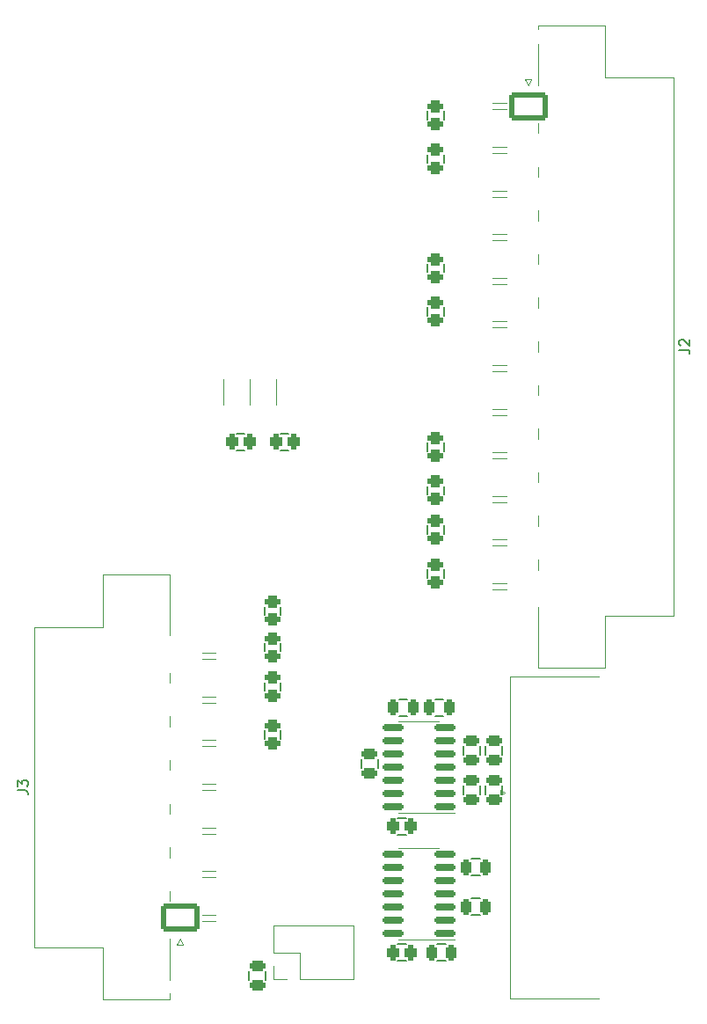
<source format=gto>
G04 #@! TF.GenerationSoftware,KiCad,Pcbnew,(6.0.2-0)*
G04 #@! TF.CreationDate,2022-05-25T00:55:44-04:00*
G04 #@! TF.ProjectId,SEPowerAdapter,5345506f-7765-4724-9164-61707465722e,rev?*
G04 #@! TF.SameCoordinates,Original*
G04 #@! TF.FileFunction,Legend,Top*
G04 #@! TF.FilePolarity,Positive*
%FSLAX46Y46*%
G04 Gerber Fmt 4.6, Leading zero omitted, Abs format (unit mm)*
G04 Created by KiCad (PCBNEW (6.0.2-0)) date 2022-05-25 00:55:44*
%MOMM*%
%LPD*%
G01*
G04 APERTURE LIST*
G04 Aperture macros list*
%AMRoundRect*
0 Rectangle with rounded corners*
0 $1 Rounding radius*
0 $2 $3 $4 $5 $6 $7 $8 $9 X,Y pos of 4 corners*
0 Add a 4 corners polygon primitive as box body*
4,1,4,$2,$3,$4,$5,$6,$7,$8,$9,$2,$3,0*
0 Add four circle primitives for the rounded corners*
1,1,$1+$1,$2,$3*
1,1,$1+$1,$4,$5*
1,1,$1+$1,$6,$7*
1,1,$1+$1,$8,$9*
0 Add four rect primitives between the rounded corners*
20,1,$1+$1,$2,$3,$4,$5,0*
20,1,$1+$1,$4,$5,$6,$7,0*
20,1,$1+$1,$6,$7,$8,$9,0*
20,1,$1+$1,$8,$9,$2,$3,0*%
G04 Aperture macros list end*
%ADD10C,0.150000*%
%ADD11C,0.152400*%
%ADD12C,0.120000*%
%ADD13RoundRect,0.312500X-0.262500X-0.437500X0.262500X-0.437500X0.262500X0.437500X-0.262500X0.437500X0*%
%ADD14RoundRect,0.262500X-0.487500X0.212500X-0.487500X-0.212500X0.487500X-0.212500X0.487500X0.212500X0*%
%ADD15O,3.500000X3.500000*%
%ADD16R,1.905000X2.000000*%
%ADD17O,1.905000X2.000000*%
%ADD18C,1.448000*%
%ADD19RoundRect,0.312500X-0.437500X0.262500X-0.437500X-0.262500X0.437500X-0.262500X0.437500X0.262500X0*%
%ADD20C,3.200000*%
%ADD21RoundRect,0.250001X1.599999X-1.099999X1.599999X1.099999X-1.599999X1.099999X-1.599999X-1.099999X0*%
%ADD22O,3.700000X2.700000*%
%ADD23RoundRect,0.262500X0.212500X0.487500X-0.212500X0.487500X-0.212500X-0.487500X0.212500X-0.487500X0*%
%ADD24RoundRect,0.250001X-1.599999X1.099999X-1.599999X-1.099999X1.599999X-1.099999X1.599999X1.099999X0*%
%ADD25RoundRect,0.312500X0.437500X-0.262500X0.437500X0.262500X-0.437500X0.262500X-0.437500X-0.262500X0*%
%ADD26RoundRect,0.262500X-0.212500X-0.487500X0.212500X-0.487500X0.212500X0.487500X-0.212500X0.487500X0*%
%ADD27RoundRect,0.200000X0.825000X0.150000X-0.825000X0.150000X-0.825000X-0.150000X0.825000X-0.150000X0*%
%ADD28C,4.000000*%
%ADD29R,1.600000X1.600000*%
%ADD30C,1.600000*%
%ADD31R,1.700000X1.700000*%
%ADD32O,1.700000X1.700000*%
%ADD33RoundRect,0.312500X0.262500X0.437500X-0.262500X0.437500X-0.262500X-0.437500X0.262500X-0.437500X0*%
G04 APERTURE END LIST*
D10*
X69252380Y-172233333D02*
X69966666Y-172233333D01*
X70109523Y-172280952D01*
X70204761Y-172376190D01*
X70252380Y-172519047D01*
X70252380Y-172614285D01*
X69252380Y-171852380D02*
X69252380Y-171233333D01*
X69633333Y-171566666D01*
X69633333Y-171423809D01*
X69680952Y-171328571D01*
X69728571Y-171280952D01*
X69823809Y-171233333D01*
X70061904Y-171233333D01*
X70157142Y-171280952D01*
X70204761Y-171328571D01*
X70252380Y-171423809D01*
X70252380Y-171709523D01*
X70204761Y-171804761D01*
X70157142Y-171852380D01*
X132952380Y-129833333D02*
X133666666Y-129833333D01*
X133809523Y-129880952D01*
X133904761Y-129976190D01*
X133952380Y-130119047D01*
X133952380Y-130214285D01*
X133047619Y-129404761D02*
X133000000Y-129357142D01*
X132952380Y-129261904D01*
X132952380Y-129023809D01*
X133000000Y-128928571D01*
X133047619Y-128880952D01*
X133142857Y-128833333D01*
X133238095Y-128833333D01*
X133380952Y-128880952D01*
X133952380Y-129452380D01*
X133952380Y-128833333D01*
D11*
X105853600Y-176504500D02*
X106666400Y-176504500D01*
X105853600Y-174904500D02*
X106666400Y-174904500D01*
X93129000Y-189646600D02*
X93129000Y-190459400D01*
X91529000Y-189646600D02*
X91529000Y-190459400D01*
D12*
X86447000Y-116691000D02*
X96687000Y-116691000D01*
X89027000Y-132581000D02*
X89027000Y-135121000D01*
X91567000Y-132581000D02*
X91567000Y-135121000D01*
X86447000Y-132581000D02*
X96687000Y-132581000D01*
X86447000Y-116691000D02*
X86447000Y-132581000D01*
X96687000Y-116691000D02*
X96687000Y-132581000D01*
X94107000Y-132581000D02*
X94107000Y-135121000D01*
D11*
X103924000Y-169263100D02*
X103924000Y-170075900D01*
X102324000Y-169263100D02*
X102324000Y-170075900D01*
X108700000Y-146743600D02*
X108700000Y-147556400D01*
X110300000Y-146743600D02*
X110300000Y-147556400D01*
D12*
X87010000Y-163800000D02*
X88290000Y-163800000D01*
X77490000Y-192310000D02*
X83910000Y-192310000D01*
X87010000Y-180600000D02*
X88290000Y-180600000D01*
X84900000Y-186500000D02*
X85200000Y-187100000D01*
X83910000Y-151490000D02*
X83910000Y-157300000D01*
X85200000Y-187100000D02*
X84600000Y-187100000D01*
X83900000Y-170290000D02*
X83900000Y-169310000D01*
X83900000Y-174490000D02*
X83900000Y-173510000D01*
X87010000Y-168000000D02*
X88290000Y-168000000D01*
X70890000Y-187310000D02*
X77490000Y-187310000D01*
X77490000Y-156490000D02*
X77490000Y-151490000D01*
X87010000Y-176400000D02*
X88290000Y-176400000D01*
X83900000Y-182890000D02*
X83900000Y-181910000D01*
X87010000Y-159000000D02*
X88290000Y-159000000D01*
X87010000Y-184800000D02*
X88290000Y-184800000D01*
X87010000Y-171600000D02*
X88290000Y-171600000D01*
X84600000Y-187100000D02*
X84900000Y-186500000D01*
X87010000Y-184200000D02*
X88290000Y-184200000D01*
X83910000Y-192310000D02*
X83910000Y-186500000D01*
X70890000Y-171900000D02*
X70890000Y-156490000D01*
X87010000Y-172200000D02*
X88290000Y-172200000D01*
X87010000Y-180000000D02*
X88290000Y-180000000D01*
X87010000Y-167400000D02*
X88290000Y-167400000D01*
X87010000Y-163200000D02*
X88290000Y-163200000D01*
X70890000Y-171900000D02*
X70890000Y-187310000D01*
X83900000Y-166090000D02*
X83900000Y-165110000D01*
X87010000Y-175800000D02*
X88290000Y-175800000D01*
X77490000Y-151490000D02*
X83910000Y-151490000D01*
X83900000Y-161890000D02*
X83900000Y-160910000D01*
X83900000Y-178690000D02*
X83900000Y-177710000D01*
X87010000Y-159600000D02*
X88290000Y-159600000D01*
X70890000Y-156490000D02*
X77490000Y-156490000D01*
X77490000Y-187310000D02*
X77490000Y-192310000D01*
D11*
X110258900Y-165074500D02*
X109446100Y-165074500D01*
X110258900Y-163474500D02*
X109446100Y-163474500D01*
X110300000Y-125743600D02*
X110300000Y-126556400D01*
X108700000Y-125743600D02*
X108700000Y-126556400D01*
X105853600Y-188633000D02*
X106666400Y-188633000D01*
X105853600Y-187033000D02*
X106666400Y-187033000D01*
D12*
X119400000Y-137410000D02*
X119400000Y-138390000D01*
X116290000Y-139700000D02*
X115010000Y-139700000D01*
X116290000Y-106700000D02*
X115010000Y-106700000D01*
X116290000Y-143900000D02*
X115010000Y-143900000D01*
X119400000Y-145810000D02*
X119400000Y-146790000D01*
X119400000Y-108010000D02*
X119400000Y-108990000D01*
X119400000Y-133210000D02*
X119400000Y-134190000D01*
X116290000Y-131900000D02*
X115010000Y-131900000D01*
X119400000Y-116410000D02*
X119400000Y-117390000D01*
X116290000Y-131300000D02*
X115010000Y-131300000D01*
X132410000Y-155410000D02*
X125810000Y-155410000D01*
X116290000Y-118700000D02*
X115010000Y-118700000D01*
X116290000Y-127700000D02*
X115010000Y-127700000D01*
X116290000Y-135500000D02*
X115010000Y-135500000D01*
X116290000Y-152900000D02*
X115010000Y-152900000D01*
X116290000Y-148100000D02*
X115010000Y-148100000D01*
X118400000Y-104400000D02*
X118100000Y-103800000D01*
X132410000Y-129500000D02*
X132410000Y-103590000D01*
X119400000Y-120610000D02*
X119400000Y-121590000D01*
X132410000Y-103590000D02*
X125810000Y-103590000D01*
X132410000Y-129500000D02*
X132410000Y-155410000D01*
X116290000Y-127100000D02*
X115010000Y-127100000D01*
X125810000Y-103590000D02*
X125810000Y-98590000D01*
X116290000Y-122900000D02*
X115010000Y-122900000D01*
X116290000Y-110300000D02*
X115010000Y-110300000D01*
X118100000Y-103800000D02*
X118700000Y-103800000D01*
X116290000Y-144500000D02*
X115010000Y-144500000D01*
X119400000Y-141610000D02*
X119400000Y-142590000D01*
X116290000Y-119300000D02*
X115010000Y-119300000D01*
X116290000Y-114500000D02*
X115010000Y-114500000D01*
X116290000Y-136100000D02*
X115010000Y-136100000D01*
X125810000Y-160410000D02*
X119390000Y-160410000D01*
X116290000Y-115100000D02*
X115010000Y-115100000D01*
X119400000Y-129010000D02*
X119400000Y-129990000D01*
X116290000Y-123500000D02*
X115010000Y-123500000D01*
X119400000Y-112210000D02*
X119400000Y-113190000D01*
X118700000Y-103800000D02*
X118400000Y-104400000D01*
X116290000Y-110900000D02*
X115010000Y-110900000D01*
X125810000Y-98590000D02*
X119390000Y-98590000D01*
X116290000Y-152300000D02*
X115010000Y-152300000D01*
X119390000Y-160410000D02*
X119390000Y-154600000D01*
X116290000Y-106100000D02*
X115010000Y-106100000D01*
X116290000Y-140300000D02*
X115010000Y-140300000D01*
X116290000Y-148700000D02*
X115010000Y-148700000D01*
X119400000Y-124810000D02*
X119400000Y-125790000D01*
X119400000Y-150010000D02*
X119400000Y-150990000D01*
X125810000Y-155410000D02*
X125810000Y-160410000D01*
X119390000Y-98590000D02*
X119390000Y-104400000D01*
D11*
X93000000Y-158856400D02*
X93000000Y-158043600D01*
X94600000Y-158856400D02*
X94600000Y-158043600D01*
X93000000Y-154543599D02*
X93000000Y-155356399D01*
X94600000Y-154543599D02*
X94600000Y-155356399D01*
X108700000Y-143756400D02*
X108700000Y-142943600D01*
X110300000Y-143756400D02*
X110300000Y-142943600D01*
X93000000Y-162656400D02*
X93000000Y-161843600D01*
X94600000Y-162656400D02*
X94600000Y-161843600D01*
X105953600Y-163474500D02*
X106766400Y-163474500D01*
X105953600Y-165074500D02*
X106766400Y-165074500D01*
X112941100Y-180441500D02*
X113753900Y-180441500D01*
X112941100Y-178841500D02*
X113753900Y-178841500D01*
X113766500Y-167993100D02*
X113766500Y-168805900D01*
X112166500Y-167993100D02*
X112166500Y-168805900D01*
X110300000Y-111856400D02*
X110300000Y-111043600D01*
X108700000Y-111856400D02*
X108700000Y-111043600D01*
X90310600Y-137884000D02*
X91123400Y-137884000D01*
X90310600Y-139484000D02*
X91123400Y-139484000D01*
X114325500Y-171808100D02*
X114325500Y-172620900D01*
X115925500Y-171808100D02*
X115925500Y-172620900D01*
D12*
X107886500Y-177756500D02*
X105936500Y-177756500D01*
X107886500Y-186606500D02*
X105936500Y-186606500D01*
X107886500Y-177756500D02*
X109836500Y-177756500D01*
X107886500Y-186606500D02*
X111336500Y-186606500D01*
X115735331Y-172700000D02*
X115735331Y-172200000D01*
X116629669Y-192250000D02*
X116629669Y-161280000D01*
X116629669Y-161280000D02*
X125229669Y-161280000D01*
X116168344Y-172450000D02*
X115735331Y-172700000D01*
X115735331Y-172200000D02*
X116168344Y-172450000D01*
X125229669Y-192250000D02*
X116629669Y-192250000D01*
D11*
X115925500Y-167998100D02*
X115925500Y-168810900D01*
X114325500Y-167998100D02*
X114325500Y-168810900D01*
D12*
X96456500Y-190433000D02*
X96456500Y-187833000D01*
X93856500Y-187833000D02*
X93856500Y-185233000D01*
X93856500Y-185233000D02*
X101596500Y-185233000D01*
X96456500Y-190433000D02*
X101596500Y-190433000D01*
X101596500Y-190433000D02*
X101596500Y-185233000D01*
X93856500Y-190433000D02*
X93856500Y-189103000D01*
X95186500Y-190433000D02*
X93856500Y-190433000D01*
X96456500Y-187833000D02*
X93856500Y-187833000D01*
D11*
X113766500Y-171803100D02*
X113766500Y-172615900D01*
X112166500Y-171803100D02*
X112166500Y-172615900D01*
X112941100Y-182651500D02*
X113753900Y-182651500D01*
X112941100Y-184251500D02*
X113753900Y-184251500D01*
X110449400Y-188633000D02*
X109636600Y-188633000D01*
X110449400Y-187033000D02*
X109636600Y-187033000D01*
X94600000Y-167256400D02*
X94600000Y-166443600D01*
X93000000Y-167256400D02*
X93000000Y-166443600D01*
X95363400Y-139484000D02*
X94550600Y-139484000D01*
X95363400Y-137884000D02*
X94550600Y-137884000D01*
X108700000Y-106843600D02*
X108700000Y-107656400D01*
X110300000Y-106843600D02*
X110300000Y-107656400D01*
X110300000Y-121543600D02*
X110300000Y-122356400D01*
X108700000Y-121543600D02*
X108700000Y-122356400D01*
X110300000Y-139556400D02*
X110300000Y-138743600D01*
X108700000Y-139556400D02*
X108700000Y-138743600D01*
X108700000Y-150943600D02*
X108700000Y-151756400D01*
X110300000Y-150943600D02*
X110300000Y-151756400D01*
D12*
X107886500Y-174414500D02*
X105936500Y-174414500D01*
X107886500Y-165564500D02*
X105936500Y-165564500D01*
X107886500Y-165564500D02*
X109836500Y-165564500D01*
X107886500Y-174414500D02*
X111336500Y-174414500D01*
%LPC*%
D10*
X85280500Y-115506500D02*
X97853500Y-115506500D01*
X97853500Y-115506500D02*
X97853500Y-132588000D01*
X97853500Y-132588000D02*
X85280500Y-132588000D01*
X85280500Y-132588000D02*
X85280500Y-115506500D01*
G36*
X85280500Y-115506500D02*
G01*
X97853500Y-115506500D01*
X97853500Y-132588000D01*
X85280500Y-132588000D01*
X85280500Y-115506500D01*
G37*
D13*
X105410000Y-175704500D03*
X107110000Y-175704500D03*
D14*
X92329000Y-189103000D03*
X92329000Y-191003000D03*
D15*
X91567000Y-119611000D03*
D16*
X89027000Y-136271000D03*
D17*
X91567000Y-136271000D03*
X94107000Y-136271000D03*
D18*
X80327500Y-100838000D03*
D14*
X103124000Y-168719500D03*
X103124000Y-170619500D03*
D19*
X109500000Y-146300000D03*
X109500000Y-148000000D03*
D20*
X80700000Y-189000000D03*
X80700000Y-154800000D03*
D21*
X84900000Y-184500000D03*
D22*
X84900000Y-180300000D03*
X84900000Y-176100000D03*
X84900000Y-171900000D03*
X84900000Y-167700000D03*
X84900000Y-163500000D03*
X84900000Y-159300000D03*
X90400000Y-184500000D03*
X90400000Y-180300000D03*
X90400000Y-176100000D03*
X90400000Y-171900000D03*
X90400000Y-167700000D03*
X90400000Y-163500000D03*
X90400000Y-159300000D03*
D23*
X110802500Y-164274500D03*
X108902500Y-164274500D03*
D19*
X109500000Y-125300000D03*
X109500000Y-127000000D03*
D13*
X105410000Y-187833000D03*
X107110000Y-187833000D03*
D20*
X122600000Y-101900000D03*
X122600000Y-157100000D03*
D24*
X118400000Y-106400000D03*
D22*
X118400000Y-110600000D03*
X118400000Y-114800000D03*
X118400000Y-119000000D03*
X118400000Y-123200000D03*
X118400000Y-127400000D03*
X118400000Y-131600000D03*
X118400000Y-135800000D03*
X118400000Y-140000000D03*
X118400000Y-144200000D03*
X118400000Y-148400000D03*
X118400000Y-152600000D03*
X112900000Y-106400000D03*
X112900000Y-110600000D03*
X112900000Y-114800000D03*
X112900000Y-119000000D03*
X112900000Y-123200000D03*
X112900000Y-127400000D03*
X112900000Y-131600000D03*
X112900000Y-135800000D03*
X112900000Y-140000000D03*
X112900000Y-144200000D03*
X112900000Y-148400000D03*
X112900000Y-152600000D03*
D25*
X93800000Y-159300000D03*
X93800000Y-157600000D03*
D19*
X93800000Y-154099999D03*
X93800000Y-155799999D03*
D25*
X109500000Y-144200000D03*
X109500000Y-142500000D03*
X93800000Y-163100000D03*
X93800000Y-161400000D03*
D18*
X83439000Y-191135000D03*
D26*
X105410000Y-164274500D03*
X107310000Y-164274500D03*
X112397500Y-179641500D03*
X114297500Y-179641500D03*
D14*
X112966500Y-167449500D03*
X112966500Y-169349500D03*
D25*
X109500000Y-112300000D03*
X109500000Y-110600000D03*
D18*
X119570500Y-99758500D03*
D13*
X89867000Y-138684000D03*
X91567000Y-138684000D03*
D14*
X115125500Y-171264500D03*
X115125500Y-173164500D03*
D27*
X110361500Y-185991500D03*
X110361500Y-184721500D03*
X110361500Y-183451500D03*
X110361500Y-182181500D03*
X110361500Y-180911500D03*
X110361500Y-179641500D03*
X110361500Y-178371500D03*
X105411500Y-178371500D03*
X105411500Y-179641500D03*
X105411500Y-180911500D03*
X105411500Y-182181500D03*
X105411500Y-183451500D03*
X105411500Y-184721500D03*
X105411500Y-185991500D03*
D28*
X120349669Y-164265000D03*
X120349669Y-189265000D03*
D29*
X118299669Y-172450000D03*
D30*
X118299669Y-174740000D03*
X118299669Y-177030000D03*
X118299669Y-179320000D03*
X118299669Y-181610000D03*
X120279669Y-171305000D03*
X120279669Y-173595000D03*
X120279669Y-175885000D03*
X120279669Y-178175000D03*
X120279669Y-180465000D03*
X122259669Y-172450000D03*
X122259669Y-174740000D03*
X122259669Y-177030000D03*
X122259669Y-179320000D03*
X122259669Y-181610000D03*
D14*
X115125500Y-167454500D03*
X115125500Y-169354500D03*
D31*
X95186500Y-189103000D03*
D32*
X95186500Y-186563000D03*
X97726500Y-189103000D03*
X97726500Y-186563000D03*
X100266500Y-189103000D03*
X100266500Y-186563000D03*
D14*
X112966500Y-171259500D03*
X112966500Y-173159500D03*
D18*
X123952000Y-189293500D03*
D26*
X112397500Y-183451500D03*
X114297500Y-183451500D03*
D23*
X110993000Y-187833000D03*
X109093000Y-187833000D03*
D25*
X93800000Y-167700000D03*
X93800000Y-166000000D03*
D33*
X95807000Y-138684000D03*
X94107000Y-138684000D03*
D19*
X109500000Y-106400000D03*
X109500000Y-108100000D03*
X109500000Y-121100000D03*
X109500000Y-122800000D03*
D25*
X109500000Y-140000000D03*
X109500000Y-138300000D03*
D19*
X109500000Y-150500000D03*
X109500000Y-152200000D03*
D27*
X110361500Y-173799500D03*
X110361500Y-172529500D03*
X110361500Y-171259500D03*
X110361500Y-169989500D03*
X110361500Y-168719500D03*
X110361500Y-167449500D03*
X110361500Y-166179500D03*
X105411500Y-166179500D03*
X105411500Y-167449500D03*
X105411500Y-168719500D03*
X105411500Y-169989500D03*
X105411500Y-171259500D03*
X105411500Y-172529500D03*
X105411500Y-173799500D03*
M02*

</source>
